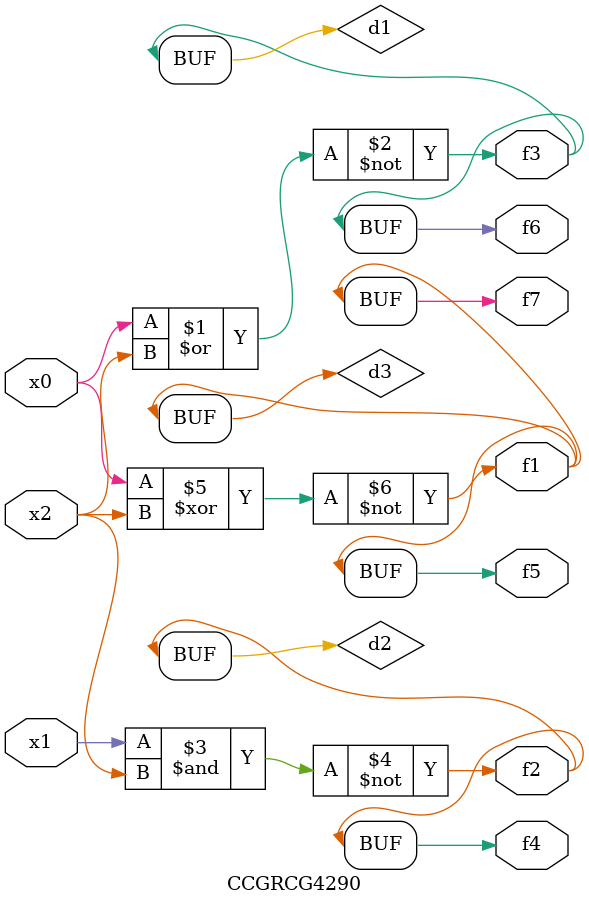
<source format=v>
module CCGRCG4290(
	input x0, x1, x2,
	output f1, f2, f3, f4, f5, f6, f7
);

	wire d1, d2, d3;

	nor (d1, x0, x2);
	nand (d2, x1, x2);
	xnor (d3, x0, x2);
	assign f1 = d3;
	assign f2 = d2;
	assign f3 = d1;
	assign f4 = d2;
	assign f5 = d3;
	assign f6 = d1;
	assign f7 = d3;
endmodule

</source>
